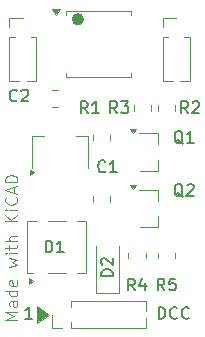
<source format=gbr>
%TF.GenerationSoftware,KiCad,Pcbnew,9.0.6*%
%TF.CreationDate,2025-11-24T18:54:56-06:00*%
%TF.ProjectId,Endor_N_scale_bassic_DCC_decoder_mk1,456e646f-725f-44e5-9f73-63616c655f62,rev?*%
%TF.SameCoordinates,Original*%
%TF.FileFunction,Legend,Top*%
%TF.FilePolarity,Positive*%
%FSLAX46Y46*%
G04 Gerber Fmt 4.6, Leading zero omitted, Abs format (unit mm)*
G04 Created by KiCad (PCBNEW 9.0.6) date 2025-11-24 18:54:56*
%MOMM*%
%LPD*%
G01*
G04 APERTURE LIST*
%ADD10C,0.100000*%
%ADD11C,0.150000*%
%ADD12C,0.550000*%
%ADD13C,0.120000*%
G04 APERTURE END LIST*
D10*
X90872419Y-104446115D02*
X89872419Y-104446115D01*
X89872419Y-104446115D02*
X90586704Y-104112782D01*
X90586704Y-104112782D02*
X89872419Y-103779449D01*
X89872419Y-103779449D02*
X90872419Y-103779449D01*
X90872419Y-102874687D02*
X90348609Y-102874687D01*
X90348609Y-102874687D02*
X90253371Y-102922306D01*
X90253371Y-102922306D02*
X90205752Y-103017544D01*
X90205752Y-103017544D02*
X90205752Y-103208020D01*
X90205752Y-103208020D02*
X90253371Y-103303258D01*
X90824800Y-102874687D02*
X90872419Y-102969925D01*
X90872419Y-102969925D02*
X90872419Y-103208020D01*
X90872419Y-103208020D02*
X90824800Y-103303258D01*
X90824800Y-103303258D02*
X90729561Y-103350877D01*
X90729561Y-103350877D02*
X90634323Y-103350877D01*
X90634323Y-103350877D02*
X90539085Y-103303258D01*
X90539085Y-103303258D02*
X90491466Y-103208020D01*
X90491466Y-103208020D02*
X90491466Y-102969925D01*
X90491466Y-102969925D02*
X90443847Y-102874687D01*
X90872419Y-101969925D02*
X89872419Y-101969925D01*
X90824800Y-101969925D02*
X90872419Y-102065163D01*
X90872419Y-102065163D02*
X90872419Y-102255639D01*
X90872419Y-102255639D02*
X90824800Y-102350877D01*
X90824800Y-102350877D02*
X90777180Y-102398496D01*
X90777180Y-102398496D02*
X90681942Y-102446115D01*
X90681942Y-102446115D02*
X90396228Y-102446115D01*
X90396228Y-102446115D02*
X90300990Y-102398496D01*
X90300990Y-102398496D02*
X90253371Y-102350877D01*
X90253371Y-102350877D02*
X90205752Y-102255639D01*
X90205752Y-102255639D02*
X90205752Y-102065163D01*
X90205752Y-102065163D02*
X90253371Y-101969925D01*
X90824800Y-101112782D02*
X90872419Y-101208020D01*
X90872419Y-101208020D02*
X90872419Y-101398496D01*
X90872419Y-101398496D02*
X90824800Y-101493734D01*
X90824800Y-101493734D02*
X90729561Y-101541353D01*
X90729561Y-101541353D02*
X90348609Y-101541353D01*
X90348609Y-101541353D02*
X90253371Y-101493734D01*
X90253371Y-101493734D02*
X90205752Y-101398496D01*
X90205752Y-101398496D02*
X90205752Y-101208020D01*
X90205752Y-101208020D02*
X90253371Y-101112782D01*
X90253371Y-101112782D02*
X90348609Y-101065163D01*
X90348609Y-101065163D02*
X90443847Y-101065163D01*
X90443847Y-101065163D02*
X90539085Y-101541353D01*
X90205752Y-99969924D02*
X90872419Y-99779448D01*
X90872419Y-99779448D02*
X90396228Y-99588972D01*
X90396228Y-99588972D02*
X90872419Y-99398496D01*
X90872419Y-99398496D02*
X90205752Y-99208020D01*
X90872419Y-98827067D02*
X90205752Y-98827067D01*
X89872419Y-98827067D02*
X89920038Y-98874686D01*
X89920038Y-98874686D02*
X89967657Y-98827067D01*
X89967657Y-98827067D02*
X89920038Y-98779448D01*
X89920038Y-98779448D02*
X89872419Y-98827067D01*
X89872419Y-98827067D02*
X89967657Y-98827067D01*
X90205752Y-98493734D02*
X90205752Y-98112782D01*
X89872419Y-98350877D02*
X90729561Y-98350877D01*
X90729561Y-98350877D02*
X90824800Y-98303258D01*
X90824800Y-98303258D02*
X90872419Y-98208020D01*
X90872419Y-98208020D02*
X90872419Y-98112782D01*
X90872419Y-97779448D02*
X89872419Y-97779448D01*
X90872419Y-97350877D02*
X90348609Y-97350877D01*
X90348609Y-97350877D02*
X90253371Y-97398496D01*
X90253371Y-97398496D02*
X90205752Y-97493734D01*
X90205752Y-97493734D02*
X90205752Y-97636591D01*
X90205752Y-97636591D02*
X90253371Y-97731829D01*
X90253371Y-97731829D02*
X90300990Y-97779448D01*
X90872419Y-96112781D02*
X89872419Y-96112781D01*
X90872419Y-95541353D02*
X90300990Y-95969924D01*
X89872419Y-95541353D02*
X90443847Y-96112781D01*
X90872419Y-95112781D02*
X90205752Y-95112781D01*
X89872419Y-95112781D02*
X89920038Y-95160400D01*
X89920038Y-95160400D02*
X89967657Y-95112781D01*
X89967657Y-95112781D02*
X89920038Y-95065162D01*
X89920038Y-95065162D02*
X89872419Y-95112781D01*
X89872419Y-95112781D02*
X89967657Y-95112781D01*
X90777180Y-94065163D02*
X90824800Y-94112782D01*
X90824800Y-94112782D02*
X90872419Y-94255639D01*
X90872419Y-94255639D02*
X90872419Y-94350877D01*
X90872419Y-94350877D02*
X90824800Y-94493734D01*
X90824800Y-94493734D02*
X90729561Y-94588972D01*
X90729561Y-94588972D02*
X90634323Y-94636591D01*
X90634323Y-94636591D02*
X90443847Y-94684210D01*
X90443847Y-94684210D02*
X90300990Y-94684210D01*
X90300990Y-94684210D02*
X90110514Y-94636591D01*
X90110514Y-94636591D02*
X90015276Y-94588972D01*
X90015276Y-94588972D02*
X89920038Y-94493734D01*
X89920038Y-94493734D02*
X89872419Y-94350877D01*
X89872419Y-94350877D02*
X89872419Y-94255639D01*
X89872419Y-94255639D02*
X89920038Y-94112782D01*
X89920038Y-94112782D02*
X89967657Y-94065163D01*
X90586704Y-93684210D02*
X90586704Y-93208020D01*
X90872419Y-93779448D02*
X89872419Y-93446115D01*
X89872419Y-93446115D02*
X90872419Y-93112782D01*
X90872419Y-92779448D02*
X89872419Y-92779448D01*
X89872419Y-92779448D02*
X89872419Y-92541353D01*
X89872419Y-92541353D02*
X89920038Y-92398496D01*
X89920038Y-92398496D02*
X90015276Y-92303258D01*
X90015276Y-92303258D02*
X90110514Y-92255639D01*
X90110514Y-92255639D02*
X90300990Y-92208020D01*
X90300990Y-92208020D02*
X90443847Y-92208020D01*
X90443847Y-92208020D02*
X90634323Y-92255639D01*
X90634323Y-92255639D02*
X90729561Y-92303258D01*
X90729561Y-92303258D02*
X90824800Y-92398496D01*
X90824800Y-92398496D02*
X90872419Y-92541353D01*
X90872419Y-92541353D02*
X90872419Y-92779448D01*
D11*
X102836779Y-104369819D02*
X102836779Y-103369819D01*
X102836779Y-103369819D02*
X103074874Y-103369819D01*
X103074874Y-103369819D02*
X103217731Y-103417438D01*
X103217731Y-103417438D02*
X103312969Y-103512676D01*
X103312969Y-103512676D02*
X103360588Y-103607914D01*
X103360588Y-103607914D02*
X103408207Y-103798390D01*
X103408207Y-103798390D02*
X103408207Y-103941247D01*
X103408207Y-103941247D02*
X103360588Y-104131723D01*
X103360588Y-104131723D02*
X103312969Y-104226961D01*
X103312969Y-104226961D02*
X103217731Y-104322200D01*
X103217731Y-104322200D02*
X103074874Y-104369819D01*
X103074874Y-104369819D02*
X102836779Y-104369819D01*
X104408207Y-104274580D02*
X104360588Y-104322200D01*
X104360588Y-104322200D02*
X104217731Y-104369819D01*
X104217731Y-104369819D02*
X104122493Y-104369819D01*
X104122493Y-104369819D02*
X103979636Y-104322200D01*
X103979636Y-104322200D02*
X103884398Y-104226961D01*
X103884398Y-104226961D02*
X103836779Y-104131723D01*
X103836779Y-104131723D02*
X103789160Y-103941247D01*
X103789160Y-103941247D02*
X103789160Y-103798390D01*
X103789160Y-103798390D02*
X103836779Y-103607914D01*
X103836779Y-103607914D02*
X103884398Y-103512676D01*
X103884398Y-103512676D02*
X103979636Y-103417438D01*
X103979636Y-103417438D02*
X104122493Y-103369819D01*
X104122493Y-103369819D02*
X104217731Y-103369819D01*
X104217731Y-103369819D02*
X104360588Y-103417438D01*
X104360588Y-103417438D02*
X104408207Y-103465057D01*
X105408207Y-104274580D02*
X105360588Y-104322200D01*
X105360588Y-104322200D02*
X105217731Y-104369819D01*
X105217731Y-104369819D02*
X105122493Y-104369819D01*
X105122493Y-104369819D02*
X104979636Y-104322200D01*
X104979636Y-104322200D02*
X104884398Y-104226961D01*
X104884398Y-104226961D02*
X104836779Y-104131723D01*
X104836779Y-104131723D02*
X104789160Y-103941247D01*
X104789160Y-103941247D02*
X104789160Y-103798390D01*
X104789160Y-103798390D02*
X104836779Y-103607914D01*
X104836779Y-103607914D02*
X104884398Y-103512676D01*
X104884398Y-103512676D02*
X104979636Y-103417438D01*
X104979636Y-103417438D02*
X105122493Y-103369819D01*
X105122493Y-103369819D02*
X105217731Y-103369819D01*
X105217731Y-103369819D02*
X105360588Y-103417438D01*
X105360588Y-103417438D02*
X105408207Y-103465057D01*
X92110588Y-104369819D02*
X91539160Y-104369819D01*
X91824874Y-104369819D02*
X91824874Y-103369819D01*
X91824874Y-103369819D02*
X91729636Y-103512676D01*
X91729636Y-103512676D02*
X91634398Y-103607914D01*
X91634398Y-103607914D02*
X91539160Y-103655533D01*
D10*
X93541361Y-104000000D02*
X92541361Y-104750000D01*
X92541361Y-103250000D01*
X93541361Y-104000000D01*
G36*
X93541361Y-104000000D02*
G01*
X92541361Y-104750000D01*
X92541361Y-103250000D01*
X93541361Y-104000000D01*
G37*
D12*
X96275000Y-79000000D02*
G75*
G02*
X95725000Y-79000000I-275000J0D01*
G01*
X95725000Y-79000000D02*
G75*
G02*
X96275000Y-79000000I275000J0D01*
G01*
D11*
X104904761Y-94050057D02*
X104809523Y-94002438D01*
X104809523Y-94002438D02*
X104714285Y-93907200D01*
X104714285Y-93907200D02*
X104571428Y-93764342D01*
X104571428Y-93764342D02*
X104476190Y-93716723D01*
X104476190Y-93716723D02*
X104380952Y-93716723D01*
X104428571Y-93954819D02*
X104333333Y-93907200D01*
X104333333Y-93907200D02*
X104238095Y-93811961D01*
X104238095Y-93811961D02*
X104190476Y-93621485D01*
X104190476Y-93621485D02*
X104190476Y-93288152D01*
X104190476Y-93288152D02*
X104238095Y-93097676D01*
X104238095Y-93097676D02*
X104333333Y-93002438D01*
X104333333Y-93002438D02*
X104428571Y-92954819D01*
X104428571Y-92954819D02*
X104619047Y-92954819D01*
X104619047Y-92954819D02*
X104714285Y-93002438D01*
X104714285Y-93002438D02*
X104809523Y-93097676D01*
X104809523Y-93097676D02*
X104857142Y-93288152D01*
X104857142Y-93288152D02*
X104857142Y-93621485D01*
X104857142Y-93621485D02*
X104809523Y-93811961D01*
X104809523Y-93811961D02*
X104714285Y-93907200D01*
X104714285Y-93907200D02*
X104619047Y-93954819D01*
X104619047Y-93954819D02*
X104428571Y-93954819D01*
X105238095Y-93050057D02*
X105285714Y-93002438D01*
X105285714Y-93002438D02*
X105380952Y-92954819D01*
X105380952Y-92954819D02*
X105619047Y-92954819D01*
X105619047Y-92954819D02*
X105714285Y-93002438D01*
X105714285Y-93002438D02*
X105761904Y-93050057D01*
X105761904Y-93050057D02*
X105809523Y-93145295D01*
X105809523Y-93145295D02*
X105809523Y-93240533D01*
X105809523Y-93240533D02*
X105761904Y-93383390D01*
X105761904Y-93383390D02*
X105190476Y-93954819D01*
X105190476Y-93954819D02*
X105809523Y-93954819D01*
X104904761Y-89550057D02*
X104809523Y-89502438D01*
X104809523Y-89502438D02*
X104714285Y-89407200D01*
X104714285Y-89407200D02*
X104571428Y-89264342D01*
X104571428Y-89264342D02*
X104476190Y-89216723D01*
X104476190Y-89216723D02*
X104380952Y-89216723D01*
X104428571Y-89454819D02*
X104333333Y-89407200D01*
X104333333Y-89407200D02*
X104238095Y-89311961D01*
X104238095Y-89311961D02*
X104190476Y-89121485D01*
X104190476Y-89121485D02*
X104190476Y-88788152D01*
X104190476Y-88788152D02*
X104238095Y-88597676D01*
X104238095Y-88597676D02*
X104333333Y-88502438D01*
X104333333Y-88502438D02*
X104428571Y-88454819D01*
X104428571Y-88454819D02*
X104619047Y-88454819D01*
X104619047Y-88454819D02*
X104714285Y-88502438D01*
X104714285Y-88502438D02*
X104809523Y-88597676D01*
X104809523Y-88597676D02*
X104857142Y-88788152D01*
X104857142Y-88788152D02*
X104857142Y-89121485D01*
X104857142Y-89121485D02*
X104809523Y-89311961D01*
X104809523Y-89311961D02*
X104714285Y-89407200D01*
X104714285Y-89407200D02*
X104619047Y-89454819D01*
X104619047Y-89454819D02*
X104428571Y-89454819D01*
X105809523Y-89454819D02*
X105238095Y-89454819D01*
X105523809Y-89454819D02*
X105523809Y-88454819D01*
X105523809Y-88454819D02*
X105428571Y-88597676D01*
X105428571Y-88597676D02*
X105333333Y-88692914D01*
X105333333Y-88692914D02*
X105238095Y-88740533D01*
X103333333Y-101954819D02*
X103000000Y-101478628D01*
X102761905Y-101954819D02*
X102761905Y-100954819D01*
X102761905Y-100954819D02*
X103142857Y-100954819D01*
X103142857Y-100954819D02*
X103238095Y-101002438D01*
X103238095Y-101002438D02*
X103285714Y-101050057D01*
X103285714Y-101050057D02*
X103333333Y-101145295D01*
X103333333Y-101145295D02*
X103333333Y-101288152D01*
X103333333Y-101288152D02*
X103285714Y-101383390D01*
X103285714Y-101383390D02*
X103238095Y-101431009D01*
X103238095Y-101431009D02*
X103142857Y-101478628D01*
X103142857Y-101478628D02*
X102761905Y-101478628D01*
X104238095Y-100954819D02*
X103761905Y-100954819D01*
X103761905Y-100954819D02*
X103714286Y-101431009D01*
X103714286Y-101431009D02*
X103761905Y-101383390D01*
X103761905Y-101383390D02*
X103857143Y-101335771D01*
X103857143Y-101335771D02*
X104095238Y-101335771D01*
X104095238Y-101335771D02*
X104190476Y-101383390D01*
X104190476Y-101383390D02*
X104238095Y-101431009D01*
X104238095Y-101431009D02*
X104285714Y-101526247D01*
X104285714Y-101526247D02*
X104285714Y-101764342D01*
X104285714Y-101764342D02*
X104238095Y-101859580D01*
X104238095Y-101859580D02*
X104190476Y-101907200D01*
X104190476Y-101907200D02*
X104095238Y-101954819D01*
X104095238Y-101954819D02*
X103857143Y-101954819D01*
X103857143Y-101954819D02*
X103761905Y-101907200D01*
X103761905Y-101907200D02*
X103714286Y-101859580D01*
X100833333Y-101954819D02*
X100500000Y-101478628D01*
X100261905Y-101954819D02*
X100261905Y-100954819D01*
X100261905Y-100954819D02*
X100642857Y-100954819D01*
X100642857Y-100954819D02*
X100738095Y-101002438D01*
X100738095Y-101002438D02*
X100785714Y-101050057D01*
X100785714Y-101050057D02*
X100833333Y-101145295D01*
X100833333Y-101145295D02*
X100833333Y-101288152D01*
X100833333Y-101288152D02*
X100785714Y-101383390D01*
X100785714Y-101383390D02*
X100738095Y-101431009D01*
X100738095Y-101431009D02*
X100642857Y-101478628D01*
X100642857Y-101478628D02*
X100261905Y-101478628D01*
X101690476Y-101288152D02*
X101690476Y-101954819D01*
X101452381Y-100907200D02*
X101214286Y-101621485D01*
X101214286Y-101621485D02*
X101833333Y-101621485D01*
X99333333Y-86954819D02*
X99000000Y-86478628D01*
X98761905Y-86954819D02*
X98761905Y-85954819D01*
X98761905Y-85954819D02*
X99142857Y-85954819D01*
X99142857Y-85954819D02*
X99238095Y-86002438D01*
X99238095Y-86002438D02*
X99285714Y-86050057D01*
X99285714Y-86050057D02*
X99333333Y-86145295D01*
X99333333Y-86145295D02*
X99333333Y-86288152D01*
X99333333Y-86288152D02*
X99285714Y-86383390D01*
X99285714Y-86383390D02*
X99238095Y-86431009D01*
X99238095Y-86431009D02*
X99142857Y-86478628D01*
X99142857Y-86478628D02*
X98761905Y-86478628D01*
X99666667Y-85954819D02*
X100285714Y-85954819D01*
X100285714Y-85954819D02*
X99952381Y-86335771D01*
X99952381Y-86335771D02*
X100095238Y-86335771D01*
X100095238Y-86335771D02*
X100190476Y-86383390D01*
X100190476Y-86383390D02*
X100238095Y-86431009D01*
X100238095Y-86431009D02*
X100285714Y-86526247D01*
X100285714Y-86526247D02*
X100285714Y-86764342D01*
X100285714Y-86764342D02*
X100238095Y-86859580D01*
X100238095Y-86859580D02*
X100190476Y-86907200D01*
X100190476Y-86907200D02*
X100095238Y-86954819D01*
X100095238Y-86954819D02*
X99809524Y-86954819D01*
X99809524Y-86954819D02*
X99714286Y-86907200D01*
X99714286Y-86907200D02*
X99666667Y-86859580D01*
X105333333Y-86954819D02*
X105000000Y-86478628D01*
X104761905Y-86954819D02*
X104761905Y-85954819D01*
X104761905Y-85954819D02*
X105142857Y-85954819D01*
X105142857Y-85954819D02*
X105238095Y-86002438D01*
X105238095Y-86002438D02*
X105285714Y-86050057D01*
X105285714Y-86050057D02*
X105333333Y-86145295D01*
X105333333Y-86145295D02*
X105333333Y-86288152D01*
X105333333Y-86288152D02*
X105285714Y-86383390D01*
X105285714Y-86383390D02*
X105238095Y-86431009D01*
X105238095Y-86431009D02*
X105142857Y-86478628D01*
X105142857Y-86478628D02*
X104761905Y-86478628D01*
X105714286Y-86050057D02*
X105761905Y-86002438D01*
X105761905Y-86002438D02*
X105857143Y-85954819D01*
X105857143Y-85954819D02*
X106095238Y-85954819D01*
X106095238Y-85954819D02*
X106190476Y-86002438D01*
X106190476Y-86002438D02*
X106238095Y-86050057D01*
X106238095Y-86050057D02*
X106285714Y-86145295D01*
X106285714Y-86145295D02*
X106285714Y-86240533D01*
X106285714Y-86240533D02*
X106238095Y-86383390D01*
X106238095Y-86383390D02*
X105666667Y-86954819D01*
X105666667Y-86954819D02*
X106285714Y-86954819D01*
X96833333Y-86954819D02*
X96500000Y-86478628D01*
X96261905Y-86954819D02*
X96261905Y-85954819D01*
X96261905Y-85954819D02*
X96642857Y-85954819D01*
X96642857Y-85954819D02*
X96738095Y-86002438D01*
X96738095Y-86002438D02*
X96785714Y-86050057D01*
X96785714Y-86050057D02*
X96833333Y-86145295D01*
X96833333Y-86145295D02*
X96833333Y-86288152D01*
X96833333Y-86288152D02*
X96785714Y-86383390D01*
X96785714Y-86383390D02*
X96738095Y-86431009D01*
X96738095Y-86431009D02*
X96642857Y-86478628D01*
X96642857Y-86478628D02*
X96261905Y-86478628D01*
X97785714Y-86954819D02*
X97214286Y-86954819D01*
X97500000Y-86954819D02*
X97500000Y-85954819D01*
X97500000Y-85954819D02*
X97404762Y-86097676D01*
X97404762Y-86097676D02*
X97309524Y-86192914D01*
X97309524Y-86192914D02*
X97214286Y-86240533D01*
X98954819Y-100738094D02*
X97954819Y-100738094D01*
X97954819Y-100738094D02*
X97954819Y-100499999D01*
X97954819Y-100499999D02*
X98002438Y-100357142D01*
X98002438Y-100357142D02*
X98097676Y-100261904D01*
X98097676Y-100261904D02*
X98192914Y-100214285D01*
X98192914Y-100214285D02*
X98383390Y-100166666D01*
X98383390Y-100166666D02*
X98526247Y-100166666D01*
X98526247Y-100166666D02*
X98716723Y-100214285D01*
X98716723Y-100214285D02*
X98811961Y-100261904D01*
X98811961Y-100261904D02*
X98907200Y-100357142D01*
X98907200Y-100357142D02*
X98954819Y-100499999D01*
X98954819Y-100499999D02*
X98954819Y-100738094D01*
X98050057Y-99785713D02*
X98002438Y-99738094D01*
X98002438Y-99738094D02*
X97954819Y-99642856D01*
X97954819Y-99642856D02*
X97954819Y-99404761D01*
X97954819Y-99404761D02*
X98002438Y-99309523D01*
X98002438Y-99309523D02*
X98050057Y-99261904D01*
X98050057Y-99261904D02*
X98145295Y-99214285D01*
X98145295Y-99214285D02*
X98240533Y-99214285D01*
X98240533Y-99214285D02*
X98383390Y-99261904D01*
X98383390Y-99261904D02*
X98954819Y-99833332D01*
X98954819Y-99833332D02*
X98954819Y-99214285D01*
X93261905Y-98729819D02*
X93261905Y-97729819D01*
X93261905Y-97729819D02*
X93500000Y-97729819D01*
X93500000Y-97729819D02*
X93642857Y-97777438D01*
X93642857Y-97777438D02*
X93738095Y-97872676D01*
X93738095Y-97872676D02*
X93785714Y-97967914D01*
X93785714Y-97967914D02*
X93833333Y-98158390D01*
X93833333Y-98158390D02*
X93833333Y-98301247D01*
X93833333Y-98301247D02*
X93785714Y-98491723D01*
X93785714Y-98491723D02*
X93738095Y-98586961D01*
X93738095Y-98586961D02*
X93642857Y-98682200D01*
X93642857Y-98682200D02*
X93500000Y-98729819D01*
X93500000Y-98729819D02*
X93261905Y-98729819D01*
X94785714Y-98729819D02*
X94214286Y-98729819D01*
X94500000Y-98729819D02*
X94500000Y-97729819D01*
X94500000Y-97729819D02*
X94404762Y-97872676D01*
X94404762Y-97872676D02*
X94309524Y-97967914D01*
X94309524Y-97967914D02*
X94214286Y-98015533D01*
X90833333Y-85859580D02*
X90785714Y-85907200D01*
X90785714Y-85907200D02*
X90642857Y-85954819D01*
X90642857Y-85954819D02*
X90547619Y-85954819D01*
X90547619Y-85954819D02*
X90404762Y-85907200D01*
X90404762Y-85907200D02*
X90309524Y-85811961D01*
X90309524Y-85811961D02*
X90261905Y-85716723D01*
X90261905Y-85716723D02*
X90214286Y-85526247D01*
X90214286Y-85526247D02*
X90214286Y-85383390D01*
X90214286Y-85383390D02*
X90261905Y-85192914D01*
X90261905Y-85192914D02*
X90309524Y-85097676D01*
X90309524Y-85097676D02*
X90404762Y-85002438D01*
X90404762Y-85002438D02*
X90547619Y-84954819D01*
X90547619Y-84954819D02*
X90642857Y-84954819D01*
X90642857Y-84954819D02*
X90785714Y-85002438D01*
X90785714Y-85002438D02*
X90833333Y-85050057D01*
X91214286Y-85050057D02*
X91261905Y-85002438D01*
X91261905Y-85002438D02*
X91357143Y-84954819D01*
X91357143Y-84954819D02*
X91595238Y-84954819D01*
X91595238Y-84954819D02*
X91690476Y-85002438D01*
X91690476Y-85002438D02*
X91738095Y-85050057D01*
X91738095Y-85050057D02*
X91785714Y-85145295D01*
X91785714Y-85145295D02*
X91785714Y-85240533D01*
X91785714Y-85240533D02*
X91738095Y-85383390D01*
X91738095Y-85383390D02*
X91166667Y-85954819D01*
X91166667Y-85954819D02*
X91785714Y-85954819D01*
X98333333Y-91859580D02*
X98285714Y-91907200D01*
X98285714Y-91907200D02*
X98142857Y-91954819D01*
X98142857Y-91954819D02*
X98047619Y-91954819D01*
X98047619Y-91954819D02*
X97904762Y-91907200D01*
X97904762Y-91907200D02*
X97809524Y-91811961D01*
X97809524Y-91811961D02*
X97761905Y-91716723D01*
X97761905Y-91716723D02*
X97714286Y-91526247D01*
X97714286Y-91526247D02*
X97714286Y-91383390D01*
X97714286Y-91383390D02*
X97761905Y-91192914D01*
X97761905Y-91192914D02*
X97809524Y-91097676D01*
X97809524Y-91097676D02*
X97904762Y-91002438D01*
X97904762Y-91002438D02*
X98047619Y-90954819D01*
X98047619Y-90954819D02*
X98142857Y-90954819D01*
X98142857Y-90954819D02*
X98285714Y-91002438D01*
X98285714Y-91002438D02*
X98333333Y-91050057D01*
X99285714Y-91954819D02*
X98714286Y-91954819D01*
X99000000Y-91954819D02*
X99000000Y-90954819D01*
X99000000Y-90954819D02*
X98904762Y-91097676D01*
X98904762Y-91097676D02*
X98809524Y-91192914D01*
X98809524Y-91192914D02*
X98714286Y-91240533D01*
D13*
%TO.C,Q2*%
X101960000Y-93420000D02*
X101160000Y-93420000D01*
X101960000Y-93420000D02*
X102760000Y-93420000D01*
X102760000Y-93420000D02*
X102760000Y-94350000D01*
X102760000Y-96580000D02*
X101300000Y-96580000D01*
X102760000Y-96580000D02*
X102760000Y-95650000D01*
X100660000Y-93390000D02*
X100420000Y-93060000D01*
X100900000Y-93060000D01*
X100660000Y-93390000D01*
G36*
X100660000Y-93390000D02*
G01*
X100420000Y-93060000D01*
X100900000Y-93060000D01*
X100660000Y-93390000D01*
G37*
%TO.C,Q1*%
X101960000Y-88645000D02*
X101160000Y-88645000D01*
X101960000Y-88645000D02*
X102760000Y-88645000D01*
X102760000Y-88645000D02*
X102760000Y-89575000D01*
X102760000Y-91805000D02*
X101300000Y-91805000D01*
X102760000Y-91805000D02*
X102760000Y-90875000D01*
X100660000Y-88615000D02*
X100420000Y-88285000D01*
X100900000Y-88285000D01*
X100660000Y-88615000D01*
G36*
X100660000Y-88615000D02*
G01*
X100420000Y-88285000D01*
X100900000Y-88285000D01*
X100660000Y-88615000D01*
G37*
%TO.C,U2*%
X92290000Y-91970000D02*
X91960000Y-92210000D01*
X91960000Y-91730000D01*
X92290000Y-91970000D01*
G36*
X92290000Y-91970000D02*
G01*
X91960000Y-92210000D01*
X91960000Y-91730000D01*
X92290000Y-91970000D01*
G37*
X96860000Y-88840000D02*
X96860000Y-91560000D01*
X95880000Y-88840000D02*
X96860000Y-88840000D01*
X93120000Y-88840000D02*
X92140000Y-88840000D01*
X92140000Y-91420000D02*
X92140000Y-88840000D01*
X92140000Y-91560000D02*
X92140000Y-88840000D01*
%TO.C,U1*%
X94990000Y-78335000D02*
X100510000Y-78335000D01*
X94990000Y-78605000D02*
X94990000Y-78335000D01*
X94990000Y-83855000D02*
X94990000Y-83585000D01*
X100510000Y-78335000D02*
X100510000Y-78605000D01*
X100510000Y-83585000D02*
X100510000Y-83855000D01*
X100510000Y-83855000D02*
X94990000Y-83855000D01*
X94160000Y-78595000D02*
X93820000Y-78125000D01*
X94500000Y-78125000D01*
X94160000Y-78595000D01*
G36*
X94160000Y-78595000D02*
G01*
X93820000Y-78125000D01*
X94500000Y-78125000D01*
X94160000Y-78595000D01*
G37*
%TO.C,R5*%
X104235000Y-99227064D02*
X104235000Y-98772936D01*
X102765000Y-99227064D02*
X102765000Y-98772936D01*
%TO.C,R4*%
X101735000Y-99227064D02*
X101735000Y-98772936D01*
X100265000Y-99227064D02*
X100265000Y-98772936D01*
%TO.C,R3*%
X100765000Y-86727064D02*
X100765000Y-86272936D01*
X102235000Y-86727064D02*
X102235000Y-86272936D01*
%TO.C,R2*%
X104235000Y-86727064D02*
X104235000Y-86272936D01*
X102765000Y-86727064D02*
X102765000Y-86272936D01*
%TO.C,R1*%
X97265000Y-89227064D02*
X97265000Y-88772936D01*
X98735000Y-89227064D02*
X98735000Y-88772936D01*
%TO.C,J3*%
X93840000Y-105160000D02*
X93840000Y-104000000D01*
X94650000Y-105160000D02*
X93840000Y-105160000D01*
X95460000Y-105160000D02*
X101745000Y-105160000D01*
X95460000Y-105160000D02*
X95460000Y-104666708D01*
X101745000Y-105160000D02*
X101745000Y-104317923D01*
X101745000Y-103682077D02*
X101745000Y-102840000D01*
X95460000Y-103333292D02*
X95460000Y-102840000D01*
X95460000Y-102840000D02*
X101745000Y-102840000D01*
%TO.C,J2*%
X105497500Y-80500000D02*
X105497500Y-84245000D01*
X105004208Y-80500000D02*
X105497500Y-80500000D01*
X104655423Y-84245000D02*
X105497500Y-84245000D01*
X103177500Y-84245000D02*
X104019577Y-84245000D01*
X103177500Y-80500000D02*
X103670792Y-80500000D01*
X103177500Y-80500000D02*
X103177500Y-84245000D01*
X103177500Y-79690000D02*
X103177500Y-78880000D01*
X103177500Y-78880000D02*
X104337500Y-78880000D01*
%TO.C,J1*%
X90177500Y-78880000D02*
X91337500Y-78880000D01*
X90177500Y-79690000D02*
X90177500Y-78880000D01*
X90177500Y-80500000D02*
X90177500Y-84245000D01*
X90177500Y-80500000D02*
X90670792Y-80500000D01*
X90177500Y-84245000D02*
X91019577Y-84245000D01*
X91655423Y-84245000D02*
X92497500Y-84245000D01*
X92004208Y-80500000D02*
X92497500Y-80500000D01*
X92497500Y-80500000D02*
X92497500Y-84245000D01*
%TO.C,D2*%
X97500000Y-102210000D02*
X99500000Y-102210000D01*
X97500000Y-102210000D02*
X97500000Y-98200000D01*
X99500000Y-102210000D02*
X99500000Y-98200000D01*
%TO.C,D1*%
X92230000Y-101175000D02*
X91900000Y-101415000D01*
X91900000Y-100935000D01*
X92230000Y-101175000D01*
G36*
X92230000Y-101175000D02*
G01*
X91900000Y-101415000D01*
X91900000Y-100935000D01*
X92230000Y-101175000D01*
G37*
X96730000Y-96075000D02*
X96730000Y-100475000D01*
X95930000Y-96075000D02*
X96730000Y-96075000D01*
X93430000Y-96075000D02*
X95030000Y-96075000D01*
X92530000Y-96075000D02*
X91730000Y-96075000D01*
X91730000Y-96075000D02*
X91730000Y-100475000D01*
X96730000Y-100475000D02*
X95930000Y-100475000D01*
X93430000Y-100475000D02*
X95030000Y-100475000D01*
X91730000Y-100475000D02*
X92230000Y-100475000D01*
%TO.C,C2*%
X94298752Y-84965000D02*
X93776248Y-84965000D01*
X94298752Y-86435000D02*
X93776248Y-86435000D01*
%TO.C,C1*%
X97265000Y-94498752D02*
X97265000Y-93976248D01*
X98735000Y-94498752D02*
X98735000Y-93976248D01*
%TD*%
M02*

</source>
